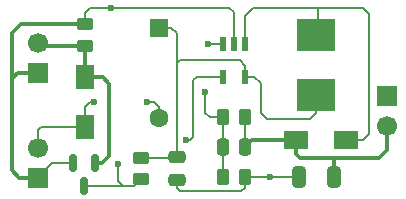
<source format=gbr>
%TF.GenerationSoftware,KiCad,Pcbnew,9.0.2*%
%TF.CreationDate,2025-06-14T21:55:15+08:00*%
%TF.ProjectId,Tiny Solar Supply,54696e79-2053-46f6-9c61-722053757070,rev?*%
%TF.SameCoordinates,Original*%
%TF.FileFunction,Copper,L1,Top*%
%TF.FilePolarity,Positive*%
%FSLAX46Y46*%
G04 Gerber Fmt 4.6, Leading zero omitted, Abs format (unit mm)*
G04 Created by KiCad (PCBNEW 9.0.2) date 2025-06-14 21:55:15*
%MOMM*%
%LPD*%
G01*
G04 APERTURE LIST*
G04 Aperture macros list*
%AMRoundRect*
0 Rectangle with rounded corners*
0 $1 Rounding radius*
0 $2 $3 $4 $5 $6 $7 $8 $9 X,Y pos of 4 corners*
0 Add a 4 corners polygon primitive as box body*
4,1,4,$2,$3,$4,$5,$6,$7,$8,$9,$2,$3,0*
0 Add four circle primitives for the rounded corners*
1,1,$1+$1,$2,$3*
1,1,$1+$1,$4,$5*
1,1,$1+$1,$6,$7*
1,1,$1+$1,$8,$9*
0 Add four rect primitives between the rounded corners*
20,1,$1+$1,$2,$3,$4,$5,0*
20,1,$1+$1,$4,$5,$6,$7,0*
20,1,$1+$1,$6,$7,$8,$9,0*
20,1,$1+$1,$8,$9,$2,$3,0*%
G04 Aperture macros list end*
%TA.AperFunction,SMDPad,CuDef*%
%ADD10RoundRect,0.250000X0.262500X0.450000X-0.262500X0.450000X-0.262500X-0.450000X0.262500X-0.450000X0*%
%TD*%
%TA.AperFunction,ComponentPad*%
%ADD11RoundRect,0.250000X-0.550000X0.550000X-0.550000X-0.550000X0.550000X-0.550000X0.550000X0.550000X0*%
%TD*%
%TA.AperFunction,ComponentPad*%
%ADD12C,1.600000*%
%TD*%
%TA.AperFunction,ComponentPad*%
%ADD13R,1.700000X1.700000*%
%TD*%
%TA.AperFunction,ComponentPad*%
%ADD14C,1.700000*%
%TD*%
%TA.AperFunction,SMDPad,CuDef*%
%ADD15R,1.500000X2.120000*%
%TD*%
%TA.AperFunction,SMDPad,CuDef*%
%ADD16RoundRect,0.250000X-0.262500X-0.450000X0.262500X-0.450000X0.262500X0.450000X-0.262500X0.450000X0*%
%TD*%
%TA.AperFunction,SMDPad,CuDef*%
%ADD17RoundRect,0.250000X-0.450000X0.262500X-0.450000X-0.262500X0.450000X-0.262500X0.450000X0.262500X0*%
%TD*%
%TA.AperFunction,SMDPad,CuDef*%
%ADD18RoundRect,0.250000X0.250000X0.475000X-0.250000X0.475000X-0.250000X-0.475000X0.250000X-0.475000X0*%
%TD*%
%TA.AperFunction,SMDPad,CuDef*%
%ADD19R,0.558800X1.181100*%
%TD*%
%TA.AperFunction,SMDPad,CuDef*%
%ADD20RoundRect,0.150000X-0.150000X0.587500X-0.150000X-0.587500X0.150000X-0.587500X0.150000X0.587500X0*%
%TD*%
%TA.AperFunction,SMDPad,CuDef*%
%ADD21R,3.302000X2.667000*%
%TD*%
%TA.AperFunction,SMDPad,CuDef*%
%ADD22RoundRect,0.250000X0.325000X0.650000X-0.325000X0.650000X-0.325000X-0.650000X0.325000X-0.650000X0*%
%TD*%
%TA.AperFunction,SMDPad,CuDef*%
%ADD23RoundRect,0.250000X0.450000X-0.262500X0.450000X0.262500X-0.450000X0.262500X-0.450000X-0.262500X0*%
%TD*%
%TA.AperFunction,SMDPad,CuDef*%
%ADD24RoundRect,0.250000X-0.475000X0.250000X-0.475000X-0.250000X0.475000X-0.250000X0.475000X0.250000X0*%
%TD*%
%TA.AperFunction,SMDPad,CuDef*%
%ADD25R,2.120000X1.500000*%
%TD*%
%TA.AperFunction,ViaPad*%
%ADD26C,0.600000*%
%TD*%
%TA.AperFunction,Conductor*%
%ADD27C,0.200000*%
%TD*%
%TA.AperFunction,Conductor*%
%ADD28C,0.350000*%
%TD*%
G04 APERTURE END LIST*
D10*
%TO.P,R1,1*%
%TO.N,/OUT_P*%
X96162500Y-95250000D03*
%TO.P,R1,2*%
%TO.N,Net-(U1-FB)*%
X94337500Y-95250000D03*
%TD*%
D11*
%TO.P,J3,1,Pin_1*%
%TO.N,Net-(J3-Pin_1)*%
X88887500Y-87672500D03*
D12*
%TO.P,J3,2,Pin_2*%
%TO.N,/BAT_P*%
X88887500Y-95292500D03*
%TD*%
D13*
%TO.P,J2,1,Pin_1*%
%TO.N,GNDD*%
X78680000Y-100335000D03*
D14*
%TO.P,J2,2,Pin_2*%
%TO.N,/BAT_P*%
X78680000Y-97795000D03*
%TD*%
D13*
%TO.P,J1,1,Pin_1*%
%TO.N,GNDD*%
X108187800Y-93390800D03*
D14*
%TO.P,J1,2,Pin_2*%
%TO.N,/OUT_P*%
X108187800Y-95930800D03*
%TD*%
D15*
%TO.P,D2,C*%
%TO.N,/BAT_P*%
X82637500Y-96095000D03*
%TO.P,D2,A*%
%TO.N,/SOLAR_P*%
X82637500Y-91865000D03*
%TD*%
D16*
%TO.P,R2,2*%
%TO.N,GNDD*%
X96162500Y-100330000D03*
%TO.P,R2,1*%
%TO.N,Net-(U1-FB)*%
X94337500Y-100330000D03*
%TD*%
D17*
%TO.P,R3,2*%
%TO.N,Net-(Q1-D)*%
X87376000Y-100480500D03*
%TO.P,R3,1*%
%TO.N,Net-(J3-Pin_1)*%
X87376000Y-98655500D03*
%TD*%
D18*
%TO.P,C3,2*%
%TO.N,Net-(U1-FB)*%
X94300000Y-97790000D03*
%TO.P,C3,1*%
%TO.N,/OUT_P*%
X96200000Y-97790000D03*
%TD*%
D19*
%TO.P,U1,5,VIN*%
%TO.N,Net-(J3-Pin_1)*%
X96200001Y-91789250D03*
%TO.P,U1,4,SHDN*%
%TO.N,Net-(Q1-D)*%
X94299999Y-91789250D03*
%TO.P,U1,3,FB*%
%TO.N,Net-(U1-FB)*%
X94299999Y-89058750D03*
%TO.P,U1,2,GND*%
%TO.N,GNDD*%
X95250000Y-89058750D03*
%TO.P,U1,1,SW*%
%TO.N,Net-(U1-SW)*%
X96200001Y-89058750D03*
%TD*%
D20*
%TO.P,Q1,3,D*%
%TO.N,Net-(Q1-D)*%
X82550000Y-101013500D03*
%TO.P,Q1,2,S*%
%TO.N,GNDD*%
X81600000Y-99138500D03*
%TO.P,Q1,1,G*%
%TO.N,/SOLAR_P*%
X83500000Y-99138500D03*
%TD*%
D21*
%TO.P,L1,2,2*%
%TO.N,Net-(J3-Pin_1)*%
X102235000Y-93370400D03*
%TO.P,L1,1,1*%
%TO.N,Net-(U1-SW)*%
X102235000Y-88239600D03*
%TD*%
D22*
%TO.P,C2,2*%
%TO.N,GNDD*%
X100760000Y-100330000D03*
%TO.P,C2,1*%
%TO.N,/OUT_P*%
X103710000Y-100330000D03*
%TD*%
D14*
%TO.P,J4,2,Pin_2*%
%TO.N,/SOLAR_P*%
X78680000Y-88905000D03*
D13*
%TO.P,J4,1,Pin_1*%
%TO.N,GNDD*%
X78680000Y-91445000D03*
%TD*%
D23*
%TO.P,R4,2*%
%TO.N,GNDD*%
X82637500Y-87352500D03*
%TO.P,R4,1*%
%TO.N,/SOLAR_P*%
X82637500Y-89177500D03*
%TD*%
D24*
%TO.P,C1,2*%
%TO.N,GNDD*%
X90424000Y-100518000D03*
%TO.P,C1,1*%
%TO.N,Net-(J3-Pin_1)*%
X90424000Y-98618000D03*
%TD*%
D25*
%TO.P,D1,C*%
%TO.N,/OUT_P*%
X100495000Y-97155000D03*
%TO.P,D1,A*%
%TO.N,Net-(U1-SW)*%
X104725000Y-97155000D03*
%TD*%
D26*
%TO.N,Net-(Q1-D)*%
X85471000Y-99187000D03*
X91186000Y-97155000D03*
%TO.N,/BAT_P*%
X87884000Y-93980000D03*
X83439000Y-93980000D03*
%TO.N,GNDD*%
X84836000Y-85979000D03*
X98298000Y-100330000D03*
%TO.N,Net-(U1-FB)*%
X93091000Y-89027000D03*
X92837000Y-93091000D03*
%TD*%
D27*
%TO.N,Net-(Q1-D)*%
X85471000Y-99187000D02*
X85471000Y-100632500D01*
X85852000Y-101013500D02*
X86843000Y-101013500D01*
X91567000Y-97155000D02*
X91186000Y-97155000D01*
X91821000Y-96901000D02*
X91567000Y-97155000D01*
X91821000Y-92075000D02*
X91821000Y-96901000D01*
X92106750Y-91789250D02*
X91821000Y-92075000D01*
X85471000Y-100632500D02*
X85852000Y-101013500D01*
X92456000Y-91789250D02*
X92106750Y-91789250D01*
X82550000Y-101013500D02*
X85852000Y-101013500D01*
X86843000Y-101013500D02*
X87376000Y-100480500D01*
%TO.N,GNDD*%
X90424000Y-101219000D02*
X90424000Y-100518000D01*
X90678000Y-101473000D02*
X90424000Y-101219000D01*
X96162500Y-101195500D02*
X95885000Y-101473000D01*
X95885000Y-101473000D02*
X90678000Y-101473000D01*
X96162500Y-100330000D02*
X96162500Y-101195500D01*
D28*
%TO.N,/OUT_P*%
X103710000Y-100330000D02*
X103710000Y-98855000D01*
X103886000Y-98679000D02*
X107569000Y-98679000D01*
X103710000Y-98855000D02*
X103886000Y-98679000D01*
X108187800Y-98027800D02*
X108187800Y-95930800D01*
X108204000Y-98044000D02*
X108187800Y-98027800D01*
X107569000Y-98679000D02*
X108204000Y-98044000D01*
X100838000Y-98679000D02*
X103886000Y-98679000D01*
D27*
%TO.N,/BAT_P*%
X88887500Y-94348500D02*
X88887500Y-95292500D01*
X87884000Y-93980000D02*
X88519000Y-93980000D01*
X88519000Y-93980000D02*
X88887500Y-94348500D01*
X83058000Y-93980000D02*
X83439000Y-93980000D01*
X82637500Y-94400500D02*
X83058000Y-93980000D01*
X82637500Y-96095000D02*
X82637500Y-94400500D01*
D28*
%TO.N,GNDD*%
X77239500Y-87352500D02*
X82637500Y-87352500D01*
X76454000Y-91948000D02*
X76454000Y-88138000D01*
X76454000Y-88138000D02*
X77239500Y-87352500D01*
D27*
X79876500Y-99138500D02*
X78680000Y-100335000D01*
X81600000Y-99138500D02*
X79876500Y-99138500D01*
X84836000Y-85979000D02*
X83058000Y-85979000D01*
X82637500Y-86399500D02*
X82637500Y-87352500D01*
X94869000Y-85979000D02*
X84836000Y-85979000D01*
X83058000Y-85979000D02*
X82637500Y-86399500D01*
X95250000Y-86360000D02*
X94869000Y-85979000D01*
X95250000Y-89058750D02*
X95250000Y-86360000D01*
X81600000Y-99138500D02*
X81600000Y-98872000D01*
D28*
X77094000Y-100335000D02*
X78680000Y-100335000D01*
X76454000Y-91948000D02*
X76454000Y-99695000D01*
X76454000Y-99695000D02*
X77094000Y-100335000D01*
X76957000Y-91445000D02*
X76454000Y-91948000D01*
X78680000Y-91445000D02*
X76957000Y-91445000D01*
D27*
X90424000Y-100518000D02*
X90363000Y-100518000D01*
X98298000Y-100330000D02*
X100760000Y-100330000D01*
%TO.N,Net-(Q1-D)*%
X94299999Y-91789250D02*
X92456000Y-91789250D01*
%TO.N,Net-(J3-Pin_1)*%
X90678000Y-90424000D02*
X90424000Y-90678000D01*
X95758000Y-90424000D02*
X90678000Y-90424000D01*
X90424000Y-90678000D02*
X90424000Y-88138000D01*
X89958500Y-87672500D02*
X88887500Y-87672500D01*
X90424000Y-98618000D02*
X90424000Y-90678000D01*
X90424000Y-88138000D02*
X89958500Y-87672500D01*
X90386500Y-98655500D02*
X90424000Y-98618000D01*
X87376000Y-98655500D02*
X90386500Y-98655500D01*
%TO.N,Net-(U1-FB)*%
X93091000Y-89027000D02*
X94268249Y-89027000D01*
X94268249Y-89027000D02*
X94299999Y-89058750D01*
X92837000Y-94869000D02*
X92837000Y-93091000D01*
X93218000Y-95250000D02*
X92837000Y-94869000D01*
X94337500Y-95250000D02*
X93218000Y-95250000D01*
%TO.N,Net-(Q1-D)*%
X94268249Y-91821000D02*
X94299999Y-91789250D01*
%TO.N,Net-(J3-Pin_1)*%
X96200001Y-90866001D02*
X95758000Y-90424000D01*
X96200001Y-91789250D02*
X96200001Y-90866001D01*
D28*
%TO.N,/SOLAR_P*%
X84181500Y-91865000D02*
X82637500Y-91865000D01*
X84709000Y-98552000D02*
X84709000Y-92392500D01*
X84122500Y-99138500D02*
X84709000Y-98552000D01*
X84709000Y-92392500D02*
X84181500Y-91865000D01*
X83500000Y-99138500D02*
X84122500Y-99138500D01*
D27*
%TO.N,GNDD*%
X100838000Y-100408000D02*
X100760000Y-100330000D01*
X108233600Y-93345000D02*
X108187800Y-93390800D01*
%TO.N,Net-(U1-SW)*%
X102362000Y-88112600D02*
X102235000Y-88239600D01*
X102362000Y-85979000D02*
X102362000Y-88112600D01*
X106172000Y-85979000D02*
X102616000Y-85979000D01*
X102362000Y-85979000D02*
X96901000Y-85979000D01*
X102616000Y-85979000D02*
X102362000Y-85979000D01*
X106680000Y-86487000D02*
X106172000Y-85979000D01*
X106680000Y-96647000D02*
X106680000Y-86487000D01*
X106172000Y-97155000D02*
X106680000Y-96647000D01*
X104725000Y-97155000D02*
X106172000Y-97155000D01*
%TO.N,Net-(J3-Pin_1)*%
X97536000Y-92329000D02*
X96996250Y-91789250D01*
X97536000Y-94869000D02*
X97536000Y-92329000D01*
X96996250Y-91789250D02*
X96200001Y-91789250D01*
X98044000Y-95377000D02*
X97536000Y-94869000D01*
X101727000Y-95377000D02*
X98044000Y-95377000D01*
X102235000Y-93370400D02*
X102235000Y-94869000D01*
X102235000Y-94869000D02*
X101727000Y-95377000D01*
%TO.N,Net-(U1-SW)*%
X96901000Y-85979000D02*
X96200001Y-86679999D01*
X96200001Y-86679999D02*
X96200001Y-89058750D01*
D28*
%TO.N,/OUT_P*%
X100495000Y-98336000D02*
X100838000Y-98679000D01*
X100495000Y-97155000D02*
X100495000Y-98336000D01*
D27*
%TO.N,GNDD*%
X96162500Y-100330000D02*
X98298000Y-100330000D01*
D28*
%TO.N,/OUT_P*%
X96835000Y-97155000D02*
X96200000Y-97790000D01*
X100495000Y-97155000D02*
X96835000Y-97155000D01*
D27*
X96162500Y-95250000D02*
X96162500Y-97752500D01*
X96162500Y-97752500D02*
X96200000Y-97790000D01*
%TO.N,Net-(U1-FB)*%
X94234000Y-88992751D02*
X94299999Y-89058750D01*
X94337500Y-97752500D02*
X94337500Y-95250000D01*
X94300000Y-97790000D02*
X94337500Y-97752500D01*
X94337500Y-97827500D02*
X94300000Y-97790000D01*
X94337500Y-100330000D02*
X94337500Y-97827500D01*
X94234000Y-100330000D02*
X94107000Y-100203000D01*
X94337500Y-100330000D02*
X94234000Y-100330000D01*
%TO.N,/OUT_P*%
X96200000Y-95287500D02*
X96162500Y-95250000D01*
D28*
%TO.N,/SOLAR_P*%
X82720500Y-91948000D02*
X82637500Y-91865000D01*
D27*
%TO.N,Net-(J3-Pin_1)*%
X88930000Y-87630000D02*
X88887500Y-87672500D01*
X96266000Y-91855249D02*
X96200001Y-91789250D01*
%TO.N,/OUT_P*%
X96162500Y-97827500D02*
X96200000Y-97790000D01*
D28*
%TO.N,/SOLAR_P*%
X78952500Y-89177500D02*
X78680000Y-88905000D01*
X82637500Y-89177500D02*
X78952500Y-89177500D01*
X82637500Y-89177500D02*
X82637500Y-91865000D01*
D27*
%TO.N,/BAT_P*%
X78680000Y-96326000D02*
X78680000Y-97795000D01*
X78911000Y-96095000D02*
X78680000Y-96326000D01*
X82637500Y-96095000D02*
X78911000Y-96095000D01*
D28*
%TO.N,GNDD*%
X78685000Y-91440000D02*
X78680000Y-91445000D01*
%TD*%
M02*

</source>
